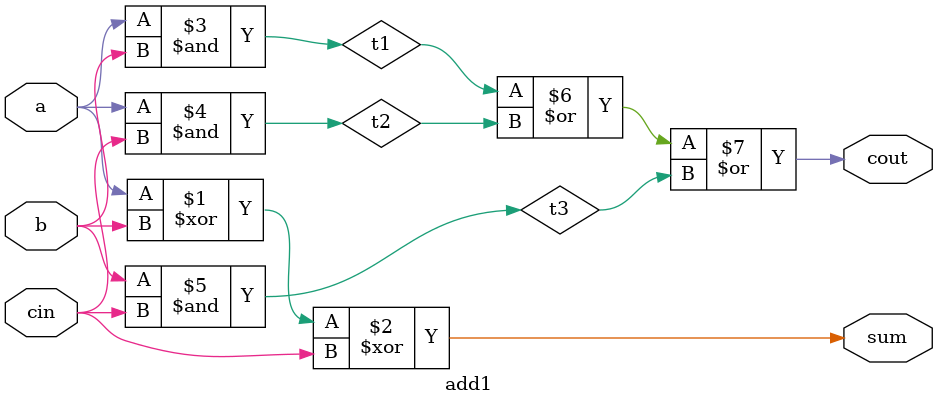
<source format=v>
module top_module (
    input [31:0] a,
    input [31:0] b,
    output [31:0] sum
);//
    wire[15:0] s1;
    wire c1;
    add16 inst1(a[15:0],b[15:0],0,s1,c1);
    wire [15:0] s2;
    wire c2;
    add16 inst2(a[31:16],b[31:16],c1,s2,c2);
    assign sum={s2,s1};
    

endmodule

module add1 ( input a, input b, input cin,   output sum, output cout );

// Full adder module here
    xor g1(sum,a,b,cin);
    wire t1,t2,t3;
    and g2(t1,a,b);
    and g3(t2,a,cin);
    and g4(t3,b,cin);
    or g5(cout,t1,t2,t3);

endmodule
</source>
